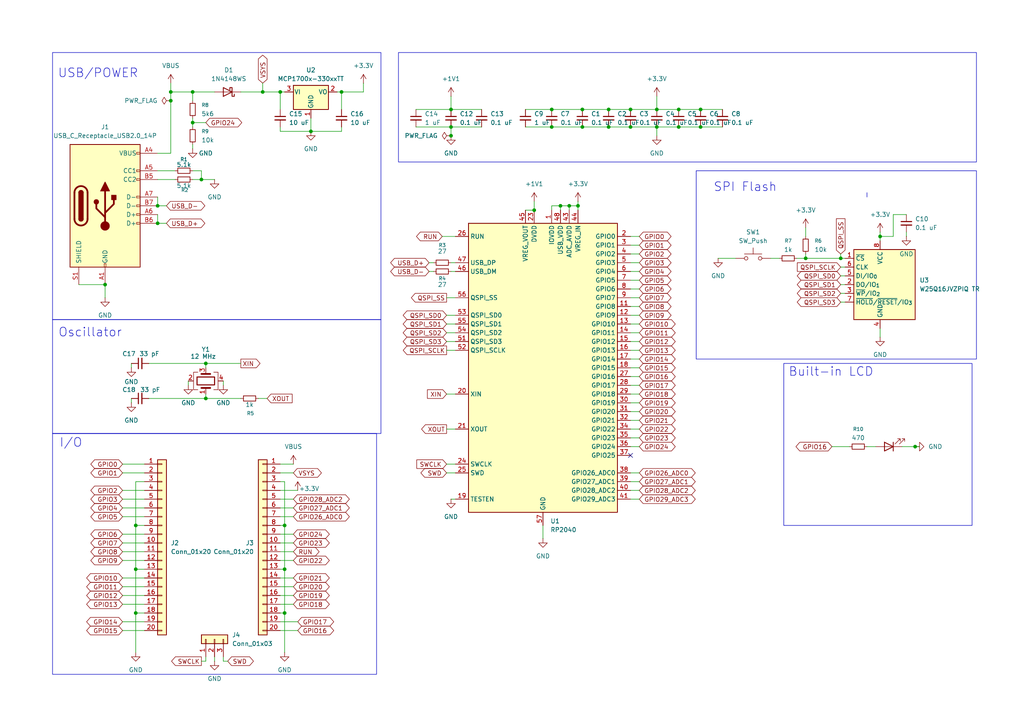
<source format=kicad_sch>
(kicad_sch (version 20250114) (generator "eeschema") (generator_version "9.0")
  (paper "A4")
  (rectangle (start 15.24 125.73) (end 109.22 195.58))
  (rectangle (start 115.57 15.24) (end 283.21 46.99))
  (rectangle (start 15.24 15.24) (end 110.49 92.71))
  (rectangle (start 227.33 105.41) (end 281.94 152.4))
  (rectangle (start 15.24 92.71) (end 110.49 125.73))
  (rectangle (start 201.93 49.53) (end 283.21 104.14))
  (rectangle (start 251.46 55.88) (end 251.46 57.15))
  (text "Oscillator" (at 26.162 96.52 0) (effects (font (size 2.54 2.54))))
  (text "Built-in LCD" (at 241.046 107.95 0) (effects (font (size 2.54 2.54))))
  (text "SPI Flash" (at 216.154 54.356 0) (effects (font (size 2.54 2.54))))
  (text "USB/POWER" (at 28.448 21.336 0) (effects (font (size 2.54 2.54))))
  (text "I/O" (at 20.574 128.524 0) (effects (font (size 2.54 2.54))))
  (junction (at 39.37 177.8))
  (junction (at 182.88 31.75))
  (junction (at 45.72 64.77))
  (junction (at 81.28 26.67))
  (junction (at 99.06 26.67))
  (junction (at 165.1 59.69))
  (junction (at 167.64 59.69))
  (junction (at 130.81 31.75))
  (junction (at 55.88 35.56))
  (junction (at 196.85 31.75))
  (junction (at 176.53 36.83))
  (junction (at 49.53 29.21))
  (junction (at 59.69 105.41))
  (junction (at 233.68 74.93))
  (junction (at 168.91 31.75))
  (junction (at 55.88 26.67))
  (junction (at 39.37 165.1))
  (junction (at 82.55 165.1))
  (junction (at 82.55 177.8))
  (junction (at 203.2 36.83))
  (junction (at 76.2 26.67))
  (junction (at 90.17 38.1))
  (junction (at 30.48 82.55))
  (junction (at 39.37 152.4))
  (junction (at 203.2 31.75))
  (junction (at 58.42 52.07))
  (junction (at 190.5 36.83))
  (junction (at 130.81 36.83))
  (junction (at 49.53 26.67))
  (junction (at 255.27 68.58))
  (junction (at 59.69 115.57))
  (junction (at 265.43 129.54))
  (junction (at 168.91 36.83))
  (junction (at 196.85 36.83))
  (junction (at 160.02 31.75))
  (junction (at 162.56 59.69))
  (junction (at 176.53 31.75))
  (junction (at 190.5 31.75))
  (junction (at 182.88 36.83))
  (junction (at 130.81 39.37))
  (junction (at 154.94 60.96))
  (junction (at 45.72 59.69))
  (junction (at 243.84 74.93))
  (junction (at 160.02 36.83))
  (junction (at 82.55 152.4))
  (no_connect (at 182.88 132.08))
  (wire (pts (xy 157.48 152.4) (xy 157.48 156.21)))
  (wire (pts (xy 81.28 157.48) (xy 85.09 157.48)))
  (wire (pts (xy 81.28 182.88) (xy 86.36 182.88)))
  (wire (pts (xy 203.2 36.83) (xy 209.55 36.83)))
  (wire (pts (xy 39.37 139.7) (xy 39.37 152.4)))
  (wire (pts (xy 255.27 68.58) (xy 255.27 69.85)))
  (wire (pts (xy 130.81 78.74) (xy 132.08 78.74)))
  (wire (pts (xy 233.68 73.66) (xy 233.68 74.93)))
  (wire (pts (xy 182.88 111.76) (xy 185.42 111.76)))
  (wire (pts (xy 176.53 31.75) (xy 182.88 31.75)))
  (wire (pts (xy 182.88 137.16) (xy 185.42 137.16)))
  (wire (pts (xy 182.88 93.98) (xy 185.42 93.98)))
  (wire (pts (xy 182.88 71.12) (xy 185.42 71.12)))
  (wire (pts (xy 55.88 35.56) (xy 59.69 35.56)))
  (wire (pts (xy 82.55 177.8) (xy 82.55 189.23)))
  (wire (pts (xy 152.4 60.96) (xy 154.94 60.96)))
  (wire (pts (xy 255.27 67.31) (xy 255.27 68.58)))
  (wire (pts (xy 182.88 109.22) (xy 185.42 109.22)))
  (wire (pts (xy 129.54 91.44) (xy 132.08 91.44)))
  (wire (pts (xy 255.27 95.25) (xy 255.27 97.79)))
  (wire (pts (xy 233.68 66.04) (xy 233.68 68.58)))
  (wire (pts (xy 130.81 27.94) (xy 130.81 31.75)))
  (wire (pts (xy 35.56 172.72) (xy 41.91 172.72)))
  (wire (pts (xy 208.28 74.93) (xy 213.36 74.93)))
  (wire (pts (xy 49.53 29.21) (xy 49.53 44.45)))
  (wire (pts (xy 152.4 31.75) (xy 160.02 31.75)))
  (wire (pts (xy 182.88 142.24) (xy 185.42 142.24)))
  (wire (pts (xy 130.81 36.83) (xy 139.7 36.83)))
  (wire (pts (xy 58.42 52.07) (xy 62.23 52.07)))
  (wire (pts (xy 55.88 52.07) (xy 58.42 52.07)))
  (wire (pts (xy 160.02 31.75) (xy 168.91 31.75)))
  (wire (pts (xy 43.18 115.57) (xy 59.69 115.57)))
  (wire (pts (xy 154.94 58.42) (xy 154.94 60.96)))
  (wire (pts (xy 81.28 160.02) (xy 85.09 160.02)))
  (wire (pts (xy 129.54 86.36) (xy 132.08 86.36)))
  (wire (pts (xy 81.28 167.64) (xy 85.09 167.64)))
  (wire (pts (xy 190.5 27.94) (xy 190.5 31.75)))
  (wire (pts (xy 243.84 85.09) (xy 245.11 85.09)))
  (wire (pts (xy 243.84 82.55) (xy 245.11 82.55)))
  (wire (pts (xy 182.88 31.75) (xy 190.5 31.75)))
  (wire (pts (xy 22.86 82.55) (xy 30.48 82.55)))
  (wire (pts (xy 35.56 182.88) (xy 41.91 182.88)))
  (wire (pts (xy 35.56 149.86) (xy 41.91 149.86)))
  (wire (pts (xy 81.28 142.24) (xy 86.36 142.24)))
  (wire (pts (xy 81.28 177.8) (xy 82.55 177.8)))
  (wire (pts (xy 45.72 62.23) (xy 45.72 64.77)))
  (wire (pts (xy 59.69 191.77) (xy 58.42 191.77)))
  (wire (pts (xy 262.89 62.23) (xy 259.08 62.23)))
  (wire (pts (xy 261.62 129.54) (xy 265.43 129.54)))
  (wire (pts (xy 64.77 110.49) (xy 64.77 111.76)))
  (wire (pts (xy 82.55 139.7) (xy 82.55 152.4)))
  (wire (pts (xy 130.81 144.78) (xy 132.08 144.78)))
  (wire (pts (xy 59.69 105.41) (xy 59.69 106.68)))
  (wire (pts (xy 251.46 129.54) (xy 254 129.54)))
  (wire (pts (xy 167.64 59.69) (xy 167.64 60.96)))
  (wire (pts (xy 265.43 129.54) (xy 266.7 129.54)))
  (wire (pts (xy 182.88 83.82) (xy 185.42 83.82)))
  (wire (pts (xy 81.28 152.4) (xy 82.55 152.4)))
  (wire (pts (xy 223.52 74.93) (xy 226.06 74.93)))
  (wire (pts (xy 182.88 144.78) (xy 185.42 144.78)))
  (wire (pts (xy 45.72 57.15) (xy 45.72 59.69)))
  (wire (pts (xy 62.23 190.5) (xy 62.23 191.77)))
  (wire (pts (xy 45.72 44.45) (xy 49.53 44.45)))
  (wire (pts (xy 182.88 81.28) (xy 185.42 81.28)))
  (wire (pts (xy 55.88 34.29) (xy 55.88 35.56)))
  (wire (pts (xy 190.5 36.83) (xy 190.5 39.37)))
  (wire (pts (xy 165.1 59.69) (xy 167.64 59.69)))
  (wire (pts (xy 182.88 121.92) (xy 185.42 121.92)))
  (wire (pts (xy 99.06 26.67) (xy 99.06 31.75)))
  (wire (pts (xy 99.06 26.67) (xy 105.41 26.67)))
  (wire (pts (xy 39.37 152.4) (xy 39.37 165.1)))
  (wire (pts (xy 35.56 147.32) (xy 41.91 147.32)))
  (wire (pts (xy 69.85 26.67) (xy 76.2 26.67)))
  (wire (pts (xy 58.42 49.53) (xy 58.42 52.07)))
  (wire (pts (xy 81.28 172.72) (xy 85.09 172.72)))
  (wire (pts (xy 55.88 35.56) (xy 55.88 36.83)))
  (wire (pts (xy 243.84 77.47) (xy 245.11 77.47)))
  (wire (pts (xy 35.56 134.62) (xy 41.91 134.62)))
  (wire (pts (xy 176.53 36.83) (xy 182.88 36.83)))
  (wire (pts (xy 30.48 82.55) (xy 30.48 86.36)))
  (wire (pts (xy 182.88 116.84) (xy 185.42 116.84)))
  (wire (pts (xy 35.56 157.48) (xy 41.91 157.48)))
  (wire (pts (xy 128.27 68.58) (xy 132.08 68.58)))
  (wire (pts (xy 182.88 104.14) (xy 185.42 104.14)))
  (wire (pts (xy 35.56 154.94) (xy 41.91 154.94)))
  (wire (pts (xy 105.41 26.67) (xy 105.41 24.13)))
  (wire (pts (xy 182.88 96.52) (xy 185.42 96.52)))
  (wire (pts (xy 55.88 49.53) (xy 58.42 49.53)))
  (wire (pts (xy 35.56 170.18) (xy 41.91 170.18)))
  (wire (pts (xy 182.88 73.66) (xy 185.42 73.66)))
  (wire (pts (xy 35.56 180.34) (xy 41.91 180.34)))
  (wire (pts (xy 81.28 139.7) (xy 82.55 139.7)))
  (wire (pts (xy 160.02 36.83) (xy 168.91 36.83)))
  (wire (pts (xy 129.54 101.6) (xy 132.08 101.6)))
  (wire (pts (xy 41.91 139.7) (xy 39.37 139.7)))
  (wire (pts (xy 99.06 38.1) (xy 90.17 38.1)))
  (wire (pts (xy 81.28 134.62) (xy 85.09 134.62)))
  (wire (pts (xy 99.06 26.67) (xy 97.79 26.67)))
  (wire (pts (xy 190.5 36.83) (xy 196.85 36.83)))
  (wire (pts (xy 152.4 36.83) (xy 160.02 36.83)))
  (wire (pts (xy 129.54 134.62) (xy 132.08 134.62)))
  (wire (pts (xy 120.65 36.83) (xy 130.81 36.83)))
  (wire (pts (xy 41.91 177.8) (xy 39.37 177.8)))
  (wire (pts (xy 45.72 49.53) (xy 50.8 49.53)))
  (wire (pts (xy 182.88 139.7) (xy 185.42 139.7)))
  (wire (pts (xy 81.28 147.32) (xy 85.09 147.32)))
  (wire (pts (xy 162.56 59.69) (xy 165.1 59.69)))
  (wire (pts (xy 182.88 127) (xy 185.42 127)))
  (wire (pts (xy 49.53 26.67) (xy 55.88 26.67)))
  (wire (pts (xy 182.88 76.2) (xy 185.42 76.2)))
  (wire (pts (xy 45.72 52.07) (xy 50.8 52.07)))
  (wire (pts (xy 81.28 162.56) (xy 85.09 162.56)))
  (wire (pts (xy 99.06 36.83) (xy 99.06 38.1)))
  (wire (pts (xy 43.18 105.41) (xy 59.69 105.41)))
  (wire (pts (xy 81.28 26.67) (xy 81.28 31.75)))
  (wire (pts (xy 81.28 180.34) (xy 86.36 180.34)))
  (wire (pts (xy 81.28 144.78) (xy 85.09 144.78)))
  (wire (pts (xy 182.88 114.3) (xy 185.42 114.3)))
  (wire (pts (xy 82.55 152.4) (xy 82.55 165.1)))
  (wire (pts (xy 81.28 175.26) (xy 85.09 175.26)))
  (wire (pts (xy 54.61 110.49) (xy 54.61 111.76)))
  (wire (pts (xy 182.88 106.68) (xy 185.42 106.68)))
  (wire (pts (xy 35.56 162.56) (xy 41.91 162.56)))
  (wire (pts (xy 124.46 78.74) (xy 125.73 78.74)))
  (wire (pts (xy 81.28 36.83) (xy 81.28 38.1)))
  (wire (pts (xy 81.28 170.18) (xy 85.09 170.18)))
  (wire (pts (xy 130.81 31.75) (xy 139.7 31.75)))
  (wire (pts (xy 182.88 36.83) (xy 190.5 36.83)))
  (wire (pts (xy 38.1 115.57) (xy 38.1 116.84)))
  (wire (pts (xy 35.56 160.02) (xy 41.91 160.02)))
  (wire (pts (xy 182.88 91.44) (xy 185.42 91.44)))
  (wire (pts (xy 160.02 60.96) (xy 160.02 59.69)))
  (wire (pts (xy 182.88 68.58) (xy 185.42 68.58)))
  (wire (pts (xy 59.69 105.41) (xy 69.85 105.41)))
  (wire (pts (xy 182.88 86.36) (xy 185.42 86.36)))
  (wire (pts (xy 160.02 59.69) (xy 162.56 59.69)))
  (wire (pts (xy 76.2 26.67) (xy 81.28 26.67)))
  (wire (pts (xy 35.56 167.64) (xy 41.91 167.64)))
  (wire (pts (xy 81.28 26.67) (xy 82.55 26.67)))
  (wire (pts (xy 35.56 142.24) (xy 41.91 142.24)))
  (wire (pts (xy 243.84 87.63) (xy 245.11 87.63)))
  (wire (pts (xy 64.77 191.77) (xy 66.04 191.77)))
  (wire (pts (xy 81.28 154.94) (xy 85.09 154.94)))
  (wire (pts (xy 168.91 36.83) (xy 176.53 36.83)))
  (wire (pts (xy 81.28 137.16) (xy 85.09 137.16)))
  (wire (pts (xy 120.65 31.75) (xy 130.81 31.75)))
  (wire (pts (xy 38.1 105.41) (xy 38.1 106.68)))
  (wire (pts (xy 124.46 76.2) (xy 125.73 76.2)))
  (wire (pts (xy 130.81 76.2) (xy 132.08 76.2)))
  (wire (pts (xy 81.28 165.1) (xy 82.55 165.1)))
  (wire (pts (xy 233.68 74.93) (xy 243.84 74.93)))
  (wire (pts (xy 243.84 74.93) (xy 245.11 74.93)))
  (wire (pts (xy 129.54 99.06) (xy 132.08 99.06)))
  (wire (pts (xy 129.54 93.98) (xy 132.08 93.98)))
  (wire (pts (xy 76.2 24.13) (xy 76.2 26.67)))
  (wire (pts (xy 39.37 165.1) (xy 39.37 177.8)))
  (wire (pts (xy 182.88 129.54) (xy 185.42 129.54)))
  (wire (pts (xy 81.28 149.86) (xy 85.09 149.86)))
  (wire (pts (xy 35.56 144.78) (xy 41.91 144.78)))
  (wire (pts (xy 55.88 26.67) (xy 62.23 26.67)))
  (wire (pts (xy 35.56 137.16) (xy 41.91 137.16)))
  (wire (pts (xy 241.3 129.54) (xy 246.38 129.54)))
  (wire (pts (xy 196.85 31.75) (xy 203.2 31.75)))
  (wire (pts (xy 243.84 80.01) (xy 245.11 80.01)))
  (wire (pts (xy 59.69 114.3) (xy 59.69 115.57)))
  (wire (pts (xy 182.88 88.9) (xy 185.42 88.9)))
  (wire (pts (xy 64.77 190.5) (xy 64.77 191.77)))
  (wire (pts (xy 81.28 38.1) (xy 90.17 38.1)))
  (wire (pts (xy 130.81 36.83) (xy 130.81 39.37)))
  (wire (pts (xy 262.89 67.31) (xy 262.89 68.58)))
  (wire (pts (xy 162.56 59.69) (xy 162.56 60.96)))
  (wire (pts (xy 129.54 96.52) (xy 132.08 96.52)))
  (wire (pts (xy 74.93 115.57) (xy 77.47 115.57)))
  (wire (pts (xy 90.17 34.29) (xy 90.17 38.1)))
  (wire (pts (xy 165.1 59.69) (xy 165.1 60.96)))
  (wire (pts (xy 45.72 64.77) (xy 48.26 64.77)))
  (wire (pts (xy 49.53 29.21) (xy 49.53 26.67)))
  (wire (pts (xy 35.56 175.26) (xy 41.91 175.26)))
  (wire (pts (xy 59.69 115.57) (xy 69.85 115.57)))
  (wire (pts (xy 259.08 68.58) (xy 255.27 68.58)))
  (wire (pts (xy 49.53 26.67) (xy 49.53 24.13)))
  (wire (pts (xy 55.88 41.91) (xy 55.88 43.18)))
  (wire (pts (xy 39.37 177.8) (xy 39.37 189.23)))
  (wire (pts (xy 39.37 165.1) (xy 41.91 165.1)))
  (wire (pts (xy 243.84 73.66) (xy 243.84 74.93)))
  (wire (pts (xy 190.5 31.75) (xy 196.85 31.75)))
  (wire (pts (xy 55.88 26.67) (xy 55.88 29.21)))
  (wire (pts (xy 82.55 165.1) (xy 82.55 177.8)))
  (wire (pts (xy 182.88 78.74) (xy 185.42 78.74)))
  (wire (pts (xy 41.91 152.4) (xy 39.37 152.4)))
  (wire (pts (xy 196.85 36.83) (xy 203.2 36.83)))
  (wire (pts (xy 203.2 31.75) (xy 209.55 31.75)))
  (wire (pts (xy 259.08 62.23) (xy 259.08 68.58)))
  (wire (pts (xy 59.69 190.5) (xy 59.69 191.77)))
  (wire (pts (xy 182.88 101.6) (xy 185.42 101.6)))
  (wire (pts (xy 129.54 137.16) (xy 132.08 137.16)))
  (wire (pts (xy 182.88 119.38) (xy 185.42 119.38)))
  (wire (pts (xy 167.64 59.69) (xy 167.64 58.42)))
  (wire (pts (xy 168.91 31.75) (xy 176.53 31.75)))
  (wire (pts (xy 129.54 114.3) (xy 132.08 114.3)))
  (wire (pts (xy 129.54 124.46) (xy 132.08 124.46)))
  (wire (pts (xy 182.88 124.46) (xy 185.42 124.46)))
  (wire (pts (xy 45.72 59.69) (xy 48.26 59.69)))
  (wire (pts (xy 182.88 99.06) (xy 185.42 99.06)))
  (wire (pts (xy 231.14 74.93) (xy 233.68 74.93)))
  (global_label "GPIO0" (shape bidirectional) (at 185.42 68.58 0) (property "Intersheetrefs" "${INTERSHEET_REFS}" (effects (hide yes))))
  (global_label "VSYS" (shape bidirectional) (at 85.09 137.16 0) (property "Intersheetrefs" "${INTERSHEET_REFS}" (effects (hide yes))))
  (global_label "GPIO23" (shape bidirectional) (at 85.09 157.48 0) (property "Intersheetrefs" "${INTERSHEET_REFS}" (effects (hide yes))))
  (global_label "GPIO24" (shape bidirectional) (at 185.42 129.54 0) (property "Intersheetrefs" "${INTERSHEET_REFS}" (effects (hide yes))))
  (global_label "QSPI_SCLK" (shape output) (at 129.54 101.6 180) (property "Intersheetrefs" "${INTERSHEET_REFS}" (effects (hide yes))))
  (global_label "GPIO12" (shape bidirectional) (at 185.42 99.06 0) (property "Intersheetrefs" "${INTERSHEET_REFS}" (effects (hide yes))))
  (global_label "GPIO9" (shape bidirectional) (at 35.56 162.56 180) (property "Intersheetrefs" "${INTERSHEET_REFS}" (effects (hide yes))))
  (global_label "USB_D+" (shape bidirectional) (at 124.46 76.2 180) (property "Intersheetrefs" "${INTERSHEET_REFS}" (effects (hide yes))))
  (global_label "GPIO7" (shape bidirectional) (at 185.42 86.36 0) (property "Intersheetrefs" "${INTERSHEET_REFS}" (effects (hide yes))))
  (global_label "SWD" (shape bidirectional) (at 129.54 137.16 180) (property "Intersheetrefs" "${INTERSHEET_REFS}" (effects (hide yes))))
  (global_label "GPIO28_ADC2" (shape bidirectional) (at 85.09 144.78 0) (property "Intersheetrefs" "${INTERSHEET_REFS}" (effects (hide yes))))
  (global_label "QSPI_SS" (shape input) (at 243.84 73.66 90) (property "Intersheetrefs" "${INTERSHEET_REFS}" (effects (hide yes))))
  (global_label "GPIO6" (shape bidirectional) (at 185.42 83.82 0) (property "Intersheetrefs" "${INTERSHEET_REFS}" (effects (hide yes))))
  (global_label "GPIO0" (shape bidirectional) (at 35.56 134.62 180) (property "Intersheetrefs" "${INTERSHEET_REFS}" (effects (hide yes))))
  (global_label "SWD" (shape bidirectional) (at 66.04 191.77 0) (property "Intersheetrefs" "${INTERSHEET_REFS}" (effects (hide yes))))
  (global_label "QSPI_SD2" (shape bidirectional) (at 129.54 96.52 180) (property "Intersheetrefs" "${INTERSHEET_REFS}" (effects (hide yes))))
  (global_label "GPIO21" (shape bidirectional) (at 185.42 121.92 0) (property "Intersheetrefs" "${INTERSHEET_REFS}" (effects (hide yes))))
  (global_label "SWCLK" (shape input) (at 129.54 134.62 180) (property "Intersheetrefs" "${INTERSHEET_REFS}" (effects (hide yes))))
  (global_label "GPIO4" (shape bidirectional) (at 35.56 147.32 180) (property "Intersheetrefs" "${INTERSHEET_REFS}" (effects (hide yes))))
  (global_label "GPIO24" (shape bidirectional) (at 85.09 154.94 0) (property "Intersheetrefs" "${INTERSHEET_REFS}" (effects (hide yes))))
  (global_label "GPIO29_ADC3" (shape bidirectional) (at 185.42 144.78 0) (property "Intersheetrefs" "${INTERSHEET_REFS}" (effects (hide yes))))
  (global_label "GPIO27_ADC1" (shape bidirectional) (at 85.09 147.32 0) (property "Intersheetrefs" "${INTERSHEET_REFS}" (effects (hide yes))))
  (global_label "RUN" (shape bidirectional) (at 85.09 160.02 0) (property "Intersheetrefs" "${INTERSHEET_REFS}" (effects (hide yes))))
  (global_label "GPIO24" (shape bidirectional) (at 59.69 35.56 0) (property "Intersheetrefs" "${INTERSHEET_REFS}" (effects (hide yes))))
  (global_label "GPIO8" (shape bidirectional) (at 185.42 88.9 0) (property "Intersheetrefs" "${INTERSHEET_REFS}" (effects (hide yes))))
  (global_label "RUN" (shape bidirectional) (at 128.27 68.58 180) (property "Intersheetrefs" "${INTERSHEET_REFS}" (effects (hide yes))))
  (global_label "QSPI_SD0" (shape bidirectional) (at 129.54 91.44 180) (property "Intersheetrefs" "${INTERSHEET_REFS}" (effects (hide yes))))
  (global_label "QSPI_SD3" (shape bidirectional) (at 243.84 87.63 180) (property "Intersheetrefs" "${INTERSHEET_REFS}" (effects (hide yes))))
  (global_label "GPIO1" (shape bidirectional) (at 185.42 71.12 0) (property "Intersheetrefs" "${INTERSHEET_REFS}" (effects (hide yes))))
  (global_label "GPIO16" (shape bidirectional) (at 185.42 109.22 0) (property "Intersheetrefs" "${INTERSHEET_REFS}" (effects (hide yes))))
  (global_label "USB_D+" (shape bidirectional) (at 48.26 64.77 0) (property "Intersheetrefs" "${INTERSHEET_REFS}" (effects (hide yes))))
  (global_label "GPIO16" (shape bidirectional) (at 86.36 182.88 0) (property "Intersheetrefs" "${INTERSHEET_REFS}" (effects (hide yes))))
  (global_label "GPIO13" (shape bidirectional) (at 185.42 101.6 0) (property "Intersheetrefs" "${INTERSHEET_REFS}" (effects (hide yes))))
  (global_label "GPIO14" (shape bidirectional) (at 35.56 180.34 180) (property "Intersheetrefs" "${INTERSHEET_REFS}" (effects (hide yes))))
  (global_label "GPIO26_ADC0" (shape bidirectional) (at 185.42 137.16 0) (property "Intersheetrefs" "${INTERSHEET_REFS}" (effects (hide yes))))
  (global_label "GPIO4" (shape bidirectional) (at 185.42 78.74 0) (property "Intersheetrefs" "${INTERSHEET_REFS}" (effects (hide yes))))
  (global_label "GPIO10" (shape bidirectional) (at 35.56 167.64 180) (property "Intersheetrefs" "${INTERSHEET_REFS}" (effects (hide yes))))
  (global_label "GPIO19" (shape bidirectional) (at 85.09 172.72 0) (property "Intersheetrefs" "${INTERSHEET_REFS}" (effects (hide yes))))
  (global_label "QSPI_SD3" (shape bidirectional) (at 129.54 99.06 180) (property "Intersheetrefs" "${INTERSHEET_REFS}" (effects (hide yes))))
  (global_label "GPIO3" (shape bidirectional) (at 185.42 76.2 0) (property "Intersheetrefs" "${INTERSHEET_REFS}" (effects (hide yes))))
  (global_label "GPIO2" (shape bidirectional) (at 185.42 73.66 0) (property "Intersheetrefs" "${INTERSHEET_REFS}" (effects (hide yes))))
  (global_label "QSPI_SD0" (shape bidirectional) (at 243.84 80.01 180) (property "Intersheetrefs" "${INTERSHEET_REFS}" (effects (hide yes))))
  (global_label "VSYS" (shape bidirectional) (at 76.2 24.13 90) (property "Intersheetrefs" "${INTERSHEET_REFS}" (effects (hide yes))))
  (global_label "GPIO11" (shape bidirectional) (at 35.56 170.18 180) (property "Intersheetrefs" "${INTERSHEET_REFS}" (effects (hide yes))))
  (global_label "GPIO22" (shape bidirectional) (at 185.42 124.46 0) (property "Intersheetrefs" "${INTERSHEET_REFS}" (effects (hide yes))))
  (global_label "GPIO26_ADC0" (shape bidirectional) (at 85.09 149.86 0) (property "Intersheetrefs" "${INTERSHEET_REFS}" (effects (hide yes))))
  (global_label "GPIO15" (shape bidirectional) (at 185.42 106.68 0) (property "Intersheetrefs" "${INTERSHEET_REFS}" (effects (hide yes))))
  (global_label "GPIO7" (shape bidirectional) (at 35.56 157.48 180) (property "Intersheetrefs" "${INTERSHEET_REFS}" (effects (hide yes))))
  (global_label "GPIO8" (shape bidirectional) (at 35.56 160.02 180) (property "Intersheetrefs" "${INTERSHEET_REFS}" (effects (hide yes))))
  (global_label "QSPI_SS" (shape output) (at 129.54 86.36 180) (property "Intersheetrefs" "${INTERSHEET_REFS}" (effects (hide yes))))
  (global_label "GPIO18" (shape bidirectional) (at 85.09 175.26 0) (property "Intersheetrefs" "${INTERSHEET_REFS}" (effects (hide yes))))
  (global_label "GPIO13" (shape bidirectional) (at 35.56 175.26 180) (property "Intersheetrefs" "${INTERSHEET_REFS}" (effects (hide yes))))
  (global_label "GPIO3" (shape bidirectional) (at 35.56 144.78 180) (property "Intersheetrefs" "${INTERSHEET_REFS}" (effects (hide yes))))
  (global_label "GPIO10" (shape bidirectional) (at 185.42 93.98 0) (property "Intersheetrefs" "${INTERSHEET_REFS}" (effects (hide yes))))
  (global_label "GPIO22" (shape bidirectional) (at 85.09 162.56 0) (property "Intersheetrefs" "${INTERSHEET_REFS}" (effects (hide yes))))
  (global_label "GPIO27_ADC1" (shape bidirectional) (at 185.42 139.7 0) (property "Intersheetrefs" "${INTERSHEET_REFS}" (effects (hide yes))))
  (global_label "GPIO5" (shape bidirectional) (at 185.42 81.28 0) (property "Intersheetrefs" "${INTERSHEET_REFS}" (effects (hide yes))))
  (global_label "GPIO19" (shape bidirectional) (at 185.42 116.84 0) (property "Intersheetrefs" "${INTERSHEET_REFS}" (effects (hide yes))))
  (global_label "USB_D-" (shape bidirectional) (at 124.46 78.74 180) (property "Intersheetrefs" "${INTERSHEET_REFS}" (effects (hide yes))))
  (global_label "GPIO17" (shape bidirectional) (at 86.36 180.34 0) (property "Intersheetrefs" "${INTERSHEET_REFS}" (effects (hide yes))))
  (global_label "GPIO16" (shape bidirectional) (at 241.3 129.54 180) (property "Intersheetrefs" "${INTERSHEET_REFS}" (effects (hide yes))))
  (global_label "XIN" (shape input) (at 129.54 114.3 180) (property "Intersheetrefs" "${INTERSHEET_REFS}" (effects (hide yes))))
  (global_label "GPIO15" (shape bidirectional) (at 35.56 182.88 180) (property "Intersheetrefs" "${INTERSHEET_REFS}" (effects (hide yes))))
  (global_label "GPIO9" (shape bidirectional) (at 185.42 91.44 0) (property "Intersheetrefs" "${INTERSHEET_REFS}" (effects (hide yes))))
  (global_label "GPIO6" (shape bidirectional) (at 35.56 154.94 180) (property "Intersheetrefs" "${INTERSHEET_REFS}" (effects (hide yes))))
  (global_label "GPIO20" (shape bidirectional) (at 185.42 119.38 0) (property "Intersheetrefs" "${INTERSHEET_REFS}" (effects (hide yes))))
  (global_label "GPIO11" (shape bidirectional) (at 185.42 96.52 0) (property "Intersheetrefs" "${INTERSHEET_REFS}" (effects (hide yes))))
  (global_label "GPIO18" (shape bidirectional) (at 185.42 114.3 0) (property "Intersheetrefs" "${INTERSHEET_REFS}" (effects (hide yes))))
  (global_label "GPIO20" (shape bidirectional) (at 85.09 170.18 0) (property "Intersheetrefs" "${INTERSHEET_REFS}" (effects (hide yes))))
  (global_label "GPIO12" (shape bidirectional) (at 35.56 172.72 180) (property "Intersheetrefs" "${INTERSHEET_REFS}" (effects (hide yes))))
  (global_label "GPIO5" (shape bidirectional) (at 35.56 149.86 180) (property "Intersheetrefs" "${INTERSHEET_REFS}" (effects (hide yes))))
  (global_label "GPIO17" (shape bidirectional) (at 185.42 111.76 0) (property "Intersheetrefs" "${INTERSHEET_REFS}" (effects (hide yes))))
  (global_label "QSPI_SD2" (shape bidirectional) (at 243.84 85.09 180) (property "Intersheetrefs" "${INTERSHEET_REFS}" (effects (hide yes))))
  (global_label "GPIO1" (shape bidirectional) (at 35.56 137.16 180) (property "Intersheetrefs" "${INTERSHEET_REFS}" (effects (hide yes))))
  (global_label "SWCLK" (shape output) (at 58.42 191.77 180) (property "Intersheetrefs" "${INTERSHEET_REFS}" (effects (hide yes))))
  (global_label "USB_D-" (shape bidirectional) (at 48.26 59.69 0) (property "Intersheetrefs" "${INTERSHEET_REFS}" (effects (hide yes))))
  (global_label "XOUT" (shape input) (at 77.47 115.57 0) (property "Intersheetrefs" "${INTERSHEET_REFS}" (effects (hide yes))))
  (global_label "QSPI_SD1" (shape bidirectional) (at 129.54 93.98 180) (property "Intersheetrefs" "${INTERSHEET_REFS}" (effects (hide yes))))
  (global_label "GPIO21" (shape bidirectional) (at 85.09 167.64 0) (property "Intersheetrefs" "${INTERSHEET_REFS}" (effects (hide yes))))
  (global_label "GPIO23" (shape bidirectional) (at 185.42 127 0) (property "Intersheetrefs" "${INTERSHEET_REFS}" (effects (hide yes))))
  (global_label "QSPI_SD1" (shape bidirectional) (at 243.84 82.55 180) (property "Intersheetrefs" "${INTERSHEET_REFS}" (effects (hide yes))))
  (global_label "GPIO2" (shape bidirectional) (at 35.56 142.24 180) (property "Intersheetrefs" "${INTERSHEET_REFS}" (effects (hide yes))))
  (global_label "GPIO14" (shape bidirectional) (at 185.42 104.14 0) (property "Intersheetrefs" "${INTERSHEET_REFS}" (effects (hide yes))))
  (global_label "XIN" (shape output) (at 69.85 105.41 0) (property "Intersheetrefs" "${INTERSHEET_REFS}" (effects (hide yes))))
  (global_label "XOUT" (shape output) (at 129.54 124.46 180) (property "Intersheetrefs" "${INTERSHEET_REFS}" (effects (hide yes))))
  (global_label "GPIO28_ADC2" (shape bidirectional) (at 185.42 142.24 0) (property "Intersheetrefs" "${INTERSHEET_REFS}" (effects (hide yes))))
  (global_label "QSPI_SCLK" (shape input) (at 243.84 77.47 180) (property "Intersheetrefs" "${INTERSHEET_REFS}" (effects (hide yes))))
  (symbol (lib_id "power:GND") (at 82.55 189.23 0) (unit 1)
    (property "Reference" "#PWR025" (effects (hide yes)))
    (property "Value" "GND" (at 82.55 194.31 0))
    (property "Description" "Power symbol creates a global label with name \"GND\" , ground" (effects (hide yes)))
  )
  (symbol (lib_id "Device:C_Small") (at 196.85 34.29 0) (unit 1)
    (property "Reference" "C5" (at 199.39 33.0262 0) (effects (justify left)))
    (property "Value" "0.1 uF" (at 199.39 35.5662 0) (effects (justify left)))
    (property "Footprint" "Capacitor_SMD:C_0402_1005Metric" (effects (hide yes)))
    (property "Description" "Unpolarized capacitor, small symbol" (effects (hide yes)))
  )
  (symbol (lib_id "Device:R_Small") (at 53.34 52.07 90) (unit 1)
    (property "Reference" "R2" (at 53.594 55.118 90) (effects (font (size 1.016 1.016))))
    (property "Value" "5.1k" (at 53.34 53.848 90))
    (property "Footprint" "Resistor_SMD:R_0402_1005Metric" (effects (hide yes)))
    (property "Description" "Resistor, small symbol" (effects (hide yes)))
  )
  (symbol (lib_id "Device:C_Small") (at 99.06 34.29 0) (unit 1)
    (property "Reference" "C16" (at 101.6 33.0262 0) (effects (justify left)))
    (property "Value" "10 uF" (at 101.6 35.5662 0) (effects (justify left)))
    (property "Footprint" "Capacitor_SMD:C_0603_1608Metric" (effects (hide yes)))
    (property "Description" "Unpolarized capacitor, small symbol" (effects (hide yes)))
  )
  (symbol (lib_id "Device:C_Small") (at 262.89 64.77 0) (unit 1)
    (property "Reference" "C10" (at 265.43 63.5062 0) (effects (justify left)))
    (property "Value" "0.1 uF" (at 265.43 66.0462 0) (effects (justify left)))
    (property "Footprint" "Capacitor_SMD:C_0402_1005Metric" (effects (hide yes)))
    (property "Description" "Unpolarized capacitor, small symbol" (effects (hide yes)))
  )
  (symbol (lib_id "power:PWR_FLAG") (at 49.53 29.21 90) (unit 1)
    (property "Reference" "#FLG02" (effects (hide yes)))
    (property "Value" "PWR_FLAG" (at 45.72 29.2099 90) (effects (justify left)))
    (property "Description" "Special symbol for telling ERC where power comes from" (effects (hide yes)))
  )
  (symbol (lib_id "power:+3.3V") (at 105.41 24.13 0) (unit 1)
    (property "Reference" "#PWR012" (effects (hide yes)))
    (property "Value" "+3.3V" (at 105.41 19.05 0))
    (property "Description" "Power symbol creates a global label with name \"+3.3V\"" (effects (hide yes)))
  )
  (symbol (lib_id "Device:R_Small") (at 228.6 74.93 270) (unit 1)
    (property "Reference" "R7" (at 228.6 69.85 90) (effects (font (size 1.016 1.016))))
    (property "Value" "1k" (at 228.6 72.39 90))
    (property "Footprint" "Resistor_SMD:R_0402_1005Metric" (effects (hide yes)))
    (property "Description" "Resistor, small symbol" (effects (hide yes)))
  )
  (symbol (lib_id "power:GND") (at 90.17 38.1 0) (unit 1)
    (property "Reference" "#PWR010" (effects (hide yes)))
    (property "Value" "GND" (at 90.17 43.18 0))
    (property "Description" "Power symbol creates a global label with name \"GND\" , ground" (effects (hide yes)))
  )
  (symbol (lib_id "power:GND") (at 30.48 86.36 0) (unit 1)
    (property "Reference" "#PWR09" (effects (hide yes)))
    (property "Value" "GND" (at 30.48 91.44 0))
    (property "Description" "Power symbol creates a global label with name \"GND\" , ground" (effects (hide yes)))
  )
  (symbol (lib_id "Connector_Generic:Conn_01x20") (at 46.99 157.48 0) (unit 1)
    (property "Reference" "J2" (at 49.53 157.4799 0) (effects (justify left)))
    (property "Value" "Conn_01x20" (at 49.53 160.0199 0) (effects (justify left)))
    (property "Footprint" "Connector_PinHeader_2.54mm:PinHeader_1x20_P2.54mm_Vertical" (effects (hide yes)))
    (property "Description" "Generic connector, single row, 01x20, script generated (kicad-library-utils/schlib/autogen/connector/)" (effects (hide yes)))
  )
  (symbol (lib_id "power:GND") (at 255.27 97.79 0) (unit 1)
    (property "Reference" "#PWR018" (effects (hide yes)))
    (property "Value" "GND" (at 255.27 102.87 0))
    (property "Description" "Power symbol creates a global label with name \"GND\" , ground" (effects (hide yes)))
  )
  (symbol (lib_id "Device:R_Small") (at 128.27 78.74 90) (unit 1)
    (property "Reference" "R4" (at 128.27 80.772 90) (effects (font (size 1.016 1.016))))
    (property "Value" "27" (at 128.27 82.55 90))
    (property "Footprint" "Resistor_SMD:R_0402_1005Metric" (effects (hide yes)))
    (property "Description" "Resistor, small symbol" (effects (hide yes)))
  )
  (symbol (lib_id "Device:Crystal_GND24") (at 59.69 110.49 90) (unit 1)
    (property "Reference" "Y1" (at 59.69 101.346 90))
    (property "Value" "12 MHz" (at 58.928 103.378 90))
    (property "Footprint" "Crystal:Crystal_SMD_3225-4Pin_3.2x2.5mm" (effects (hide yes)))
    (property "Description" "Four pin crystal, GND on pins 2 and 4" (effects (hide yes)))
  )
  (symbol (lib_id "power:PWR_FLAG") (at 130.81 39.37 90) (unit 1)
    (property "Reference" "#FLG01" (effects (hide yes)))
    (property "Value" "PWR_FLAG" (at 127 39.3699 90) (effects (justify left)))
    (property "Description" "Special symbol for telling ERC where power comes from" (effects (hide yes)))
  )
  (symbol (lib_id "Device:R_Small") (at 233.68 71.12 0) (unit 1)
    (property "Reference" "R6" (at 236.22 69.8499 0) (effects (font (size 1.016 1.016)) (justify left)))
    (property "Value" "10k" (at 236.22 72.3899 0) (effects (justify left)))
    (property "Footprint" "Resistor_SMD:R_0402_1005Metric" (effects (hide yes)))
    (property "Description" "Resistor, small symbol" (effects (hide yes)))
  )
  (symbol (lib_id "power:+3.3V") (at 233.68 66.04 0) (unit 1)
    (property "Reference" "#PWR019" (effects (hide yes)))
    (property "Value" "+3.3V" (at 233.68 60.96 0))
    (property "Description" "Power symbol creates a global label with name \"+3.3V\"" (effects (hide yes)))
  )
  (symbol (lib_id "power:GND") (at 55.88 43.18 0) (unit 1)
    (property "Reference" "#PWR022" (effects (hide yes)))
    (property "Value" "GND" (at 59.69 44.45 0))
    (property "Description" "Power symbol creates a global label with name \"GND\" , ground" (effects (hide yes)))
  )
  (symbol (lib_id "Device:C_Small") (at 152.4 34.29 0) (unit 1)
    (property "Reference" "C9" (at 154.94 33.0262 0) (effects (justify left)))
    (property "Value" "1 uF" (at 154.94 35.5662 0) (effects (justify left)))
    (property "Footprint" "Capacitor_SMD:C_0402_1005Metric" (effects (hide yes)))
    (property "Description" "Unpolarized capacitor, small symbol" (effects (hide yes)))
  )
  (symbol (lib_id "Device:R_Small") (at 55.88 31.75 0) (unit 1)
    (property "Reference" "R8" (at 58.42 30.4799 0) (effects (font (size 1.016 1.016)) (justify left)))
    (property "Value" "5k6" (at 58.42 33.0199 0) (effects (justify left)))
    (property "Footprint" "Resistor_SMD:R_0402_1005Metric" (effects (hide yes)))
    (property "Description" "Resistor, small symbol" (effects (hide yes)))
  )
  (symbol (lib_id "Device:C_Small") (at 182.88 34.29 0) (unit 1)
    (property "Reference" "C3" (at 185.42 33.0262 0) (effects (justify left)))
    (property "Value" "0.1 uF" (at 185.42 35.5662 0) (effects (justify left)))
    (property "Footprint" "Capacitor_SMD:C_0402_1005Metric" (effects (hide yes)))
    (property "Description" "Unpolarized capacitor, small symbol" (effects (hide yes)))
  )
  (symbol (lib_id "power:GND") (at 38.1 116.84 0) (unit 1)
    (property "Reference" "#PWR016" (effects (hide yes)))
    (property "Value" "GND" (at 38.1 121.92 0))
    (property "Description" "Power symbol creates a global label with name \"GND\" , ground" (effects (hide yes)))
  )
  (symbol (lib_id "Memory_Flash:W25Q128JVS") (at 255.27 82.55 0) (unit 1)
    (property "Reference" "U3" (at 266.7 81.2799 0) (effects (justify left)))
    (property "Value" "W25Q16JVZPIQ TR" (at 266.7 83.8199 0) (effects (justify left)))
    (property "Footprint" "Package_SON:Winbond_USON-8-1EP_3x2mm_P0.5mm_EP0.2x1.6mm" (effects (hide yes)))
    (property "Datasheet" "https://www.winbond.com/resource-files/w25q128jv_dtr%20revc%2003272018%20plus.pdf" (effects (hide yes)))
    (property "Description" "128Mbit / 16MiB Serial Flash Memory, Standard/Dual/Quad SPI, 2.7-3.6V, SOIC-8" (effects (hide yes)))
  )
  (symbol (lib_id "power:+3.3V") (at 86.36 142.24 0) (unit 1)
    (property "Reference" "#PWR027" (effects (hide yes)))
    (property "Value" "+3.3V" (at 89.662 141.732 0))
    (property "Description" "Power symbol creates a global label with name \"+3.3V\"" (effects (hide yes)))
  )
  (symbol (lib_id "power:GND") (at 262.89 68.58 0) (unit 1)
    (property "Reference" "#PWR029" (effects (hide yes)))
    (property "Value" "GND" (at 262.89 73.66 0))
    (property "Description" "Power symbol creates a global label with name \"GND\" , ground" (effects (hide yes)))
  )
  (symbol (lib_id "Device:R_Small") (at 53.34 49.53 90) (unit 1)
    (property "Reference" "R1" (at 53.34 46.228 90) (effects (font (size 1.016 1.016))))
    (property "Value" "5.1k" (at 53.34 47.752 90))
    (property "Footprint" "Resistor_SMD:R_0402_1005Metric" (effects (hide yes)))
    (property "Description" "Resistor, small symbol" (effects (hide yes)))
  )
  (symbol (lib_id "Device:C_Small") (at 120.65 34.29 0) (unit 1)
    (property "Reference" "C14" (at 123.19 33.0262 0) (effects (justify left)))
    (property "Value" "1 uF" (at 123.19 35.5662 0) (effects (justify left)))
    (property "Footprint" "Capacitor_SMD:C_0402_1005Metric" (effects (hide yes)))
    (property "Description" "Unpolarized capacitor, small symbol" (effects (hide yes)))
  )
  (symbol (lib_id "Connector_Generic:Conn_01x20") (at 76.2 157.48 0) (mirror y) (unit 1)
    (property "Reference" "J3" (at 73.66 157.4799 0) (effects (justify left)))
    (property "Value" "Conn_01x20" (at 73.66 160.0199 0) (effects (justify left)))
    (property "Footprint" "Connector_PinHeader_2.54mm:PinHeader_1x20_P2.54mm_Vertical" (effects (hide yes)))
    (property "Description" "Generic connector, single row, 01x20, script generated (kicad-library-utils/schlib/autogen/connector/)" (effects (hide yes)))
  )
  (symbol (lib_id "Connector_Generic:Conn_01x03") (at 62.23 185.42 90) (unit 1)
    (property "Reference" "J4" (at 67.31 184.1499 90) (effects (justify right)))
    (property "Value" "Conn_01x03" (at 67.31 186.6899 90) (effects (justify right)))
    (property "Footprint" "Connector_PinHeader_2.54mm:PinHeader_1x03_P2.54mm_Vertical" (effects (hide yes)))
    (property "Description" "Generic connector, single row, 01x03, script generated (kicad-library-utils/schlib/autogen/connector/)" (effects (hide yes)))
  )
  (symbol (lib_id "Switch:SW_Push") (at 218.44 74.93 0) (unit 1)
    (property "Reference" "SW1" (at 218.44 67.31 0))
    (property "Value" "SW_Push" (at 218.44 69.85 0))
    (property "Footprint" "Button_Switch_SMD:SW_Push_SPST_NO_Alps_SKRK" (effects (hide yes)))
    (property "Description" "Push button switch, generic, two pins" (effects (hide yes)))
  )
  (symbol (lib_id "power:GND") (at 130.81 144.78 0) (unit 1)
    (property "Reference" "#PWR021" (effects (hide yes)))
    (property "Value" "GND" (at 130.81 149.86 0))
    (property "Description" "Power symbol creates a global label with name \"GND\" , ground" (effects (hide yes)))
  )
  (symbol (lib_id "power:GND") (at 130.81 39.37 0) (unit 1)
    (property "Reference" "#PWR05" (effects (hide yes)))
    (property "Value" "GND" (at 130.81 44.45 0))
    (property "Description" "Power symbol creates a global label with name \"GND\" , ground" (effects (hide yes)))
  )
  (symbol (lib_id "Device:C_Small") (at 190.5 34.29 0) (unit 1)
    (property "Reference" "C4" (at 193.04 33.0262 0) (effects (justify left)))
    (property "Value" "0.1 uF" (at 193.04 35.5662 0) (effects (justify left)))
    (property "Footprint" "Capacitor_SMD:C_0402_1005Metric" (effects (hide yes)))
    (property "Description" "Unpolarized capacitor, small symbol" (effects (hide yes)))
  )
  (symbol (lib_id "Connector:USB_C_Receptacle_USB2.0_14P") (at 30.48 59.69 0) (unit 1)
    (property "Reference" "J1" (at 30.48 36.83 0))
    (property "Value" "USB_C_Receptacle_USB2.0_14P" (at 30.48 39.37 0))
    (property "Footprint" "Connector_USB:USB_C_Receptacle_HRO_TYPE-C-31-M-12" (effects (hide yes)))
    (property "Datasheet" "https://www.usb.org/sites/default/files/documents/usb_type-c.zip" (effects (hide yes)))
    (property "Description" "USB 2.0-only 14P Type-C Receptacle connector" (effects (hide yes)))
  )
  (symbol (lib_id "power:+1V1") (at 130.81 27.94 0) (unit 1)
    (property "Reference" "#PWR04" (effects (hide yes)))
    (property "Value" "+1V1" (at 130.81 22.86 0))
    (property "Description" "Power symbol creates a global label with name \"+1V1\"" (effects (hide yes)))
  )
  (symbol (lib_id "power:GND") (at 157.48 156.21 0) (unit 1)
    (property "Reference" "#PWR07" (effects (hide yes)))
    (property "Value" "GND" (at 157.48 161.29 0))
    (property "Description" "Power symbol creates a global label with name \"GND\" , ground" (effects (hide yes)))
  )
  (symbol (lib_id "Device:C_Small") (at 81.28 34.29 0) (unit 1)
    (property "Reference" "C15" (at 83.82 33.0262 0) (effects (justify left)))
    (property "Value" "10 uF" (at 83.82 35.5662 0) (effects (justify left)))
    (property "Footprint" "Capacitor_SMD:C_0603_1608Metric" (effects (hide yes)))
    (property "Description" "Unpolarized capacitor, small symbol" (effects (hide yes)))
  )
  (symbol (lib_id "Diode:1N5817") (at 66.04 26.67 180) (unit 1)
    (property "Reference" "D1" (at 66.3575 20.32 0))
    (property "Value" "1N4148WS" (at 66.3575 22.86 0))
    (property "Footprint" "Diode_SMD:D_SOD-323" (effects (hide yes)))
    (property "Datasheet" "http://www.vishay.com/docs/88525/1n5817.pdf" (effects (hide yes)))
    (property "Description" "20V 1A Schottky Barrier Rectifier Diode, DO-41" (effects (hide yes)))
  )
  (symbol (lib_id "power:GND") (at 38.1 106.68 0) (unit 1)
    (property "Reference" "#PWR015" (effects (hide yes)))
    (property "Value" "GND" (at 38.1 110.744 0))
    (property "Description" "Power symbol creates a global label with name \"GND\" , ground" (effects (hide yes)))
  )
  (symbol (lib_id "Regulator_Linear:MCP1700x-330xxTT") (at 90.17 26.67 0) (unit 1)
    (property "Reference" "U2" (at 90.17 20.32 0))
    (property "Value" "MCP1700x-330xxTT" (at 90.17 22.86 0))
    (property "Footprint" "Package_TO_SOT_SMD:SOT-23" (effects (hide yes)))
    (property "Datasheet" "http://ww1.microchip.com/downloads/en/DeviceDoc/20001826D.pdf" (effects (hide yes)))
    (property "Description" "250mA Low Quiscent Current LDO, 3.3V output, SOT-23" (effects (hide yes)))
  )
  (symbol (lib_id "Device:C_Small") (at 168.91 34.29 0) (unit 1)
    (property "Reference" "C1" (at 171.45 33.0262 0) (effects (justify left)))
    (property "Value" "0.1 uF" (at 171.45 35.5662 0) (effects (justify left)))
    (property "Footprint" "Capacitor_SMD:C_0402_1005Metric" (effects (hide yes)))
    (property "Description" "Unpolarized capacitor, small symbol" (effects (hide yes)))
  )
  (symbol (lib_id "power:+1V1") (at 154.94 58.42 0) (unit 1)
    (property "Reference" "#PWR01" (effects (hide yes)))
    (property "Value" "+1V1" (at 154.94 53.34 0))
    (property "Description" "Power symbol creates a global label with name \"+1V1\"" (effects (hide yes)))
  )
  (symbol (lib_id "power:GND") (at 54.61 111.76 0) (unit 1)
    (property "Reference" "#PWR013" (effects (hide yes)))
    (property "Value" "GND" (at 54.61 116.84 0))
    (property "Description" "Power symbol creates a global label with name \"GND\" , ground" (effects (hide yes)))
  )
  (symbol (lib_id "MCU_RaspberryPi:RP2040") (at 157.48 106.68 0) (unit 1)
    (property "Reference" "U1" (at 159.6233 151.13 0) (effects (justify left)))
    (property "Value" "RP2040" (at 159.6233 153.67 0) (effects (justify left)))
    (property "Footprint" "Package_DFN_QFN:QFN-56-1EP_7x7mm_P0.4mm_EP3.2x3.2mm" (effects (hide yes)))
    (property "Datasheet" "https://datasheets.raspberrypi.com/rp2040/rp2040-datasheet.pdf" (effects (hide yes)))
    (property "Description" "A microcontroller by Raspberry Pi" (effects (hide yes)))
  )
  (symbol (lib_id "power:GND") (at 39.37 189.23 0) (unit 1)
    (property "Reference" "#PWR026" (effects (hide yes)))
    (property "Value" "GND" (at 39.37 194.31 0))
    (property "Description" "Power symbol creates a global label with name \"GND\" , ground" (effects (hide yes)))
  )
  (symbol (lib_id "Device:R_Small") (at 72.39 115.57 90) (unit 1)
    (property "Reference" "R5" (at 72.644 119.888 90) (effects (font (size 1.016 1.016))))
    (property "Value" "1k" (at 72.39 117.348 90))
    (property "Footprint" "Resistor_SMD:R_0402_1005Metric" (effects (hide yes)))
    (property "Description" "Resistor, small symbol" (effects (hide yes)))
  )
  (symbol (lib_id "Device:C_Small") (at 130.81 34.29 0) (unit 1)
    (property "Reference" "C12" (at 133.35 33.0262 0) (effects (justify left)))
    (property "Value" "0.1 uF" (at 133.35 35.5662 0) (effects (justify left)))
    (property "Footprint" "Capacitor_SMD:C_0402_1005Metric" (effects (hide yes)))
    (property "Description" "Unpolarized capacitor, small symbol" (effects (hide yes)))
  )
  (symbol (lib_id "power:GND") (at 62.23 191.77 0) (unit 1)
    (property "Reference" "#PWR028" (effects (hide yes)))
    (property "Value" "GND" (at 62.23 196.85 0))
    (property "Description" "Power symbol creates a global label with name \"GND\" , ground" (effects (hide yes)))
  )
  (symbol (lib_id "Device:C_Small") (at 139.7 34.29 0) (unit 1)
    (property "Reference" "C13" (at 142.24 33.0262 0) (effects (justify left)))
    (property "Value" "0.1 uF" (at 142.24 35.5662 0) (effects (justify left)))
    (property "Footprint" "Capacitor_SMD:C_0402_1005Metric" (effects (hide yes)))
    (property "Description" "Unpolarized capacitor, small symbol" (effects (hide yes)))
  )
  (symbol (lib_id "Device:C_Small") (at 40.64 115.57 90) (unit 1)
    (property "Reference" "C18" (at 39.3762 113.03 90) (effects (justify left)))
    (property "Value" "33 pF" (at 46.482 113.03 90) (effects (justify left)))
    (property "Footprint" "Capacitor_SMD:C_0402_1005Metric" (effects (hide yes)))
    (property "Description" "Unpolarized capacitor, small symbol" (effects (hide yes)))
  )
  (symbol (lib_id "Device:C_Small") (at 40.64 105.41 90) (unit 1)
    (property "Reference" "C17" (at 39.37 102.616 90) (effects (justify left)))
    (property "Value" "33 pF" (at 46.228 102.616 90) (effects (justify left)))
    (property "Footprint" "Capacitor_SMD:C_0402_1005Metric" (effects (hide yes)))
    (property "Description" "Unpolarized capacitor, small symbol" (effects (hide yes)))
  )
  (symbol (lib_id "Device:C_Small") (at 160.02 34.29 0) (unit 1)
    (property "Reference" "C7" (at 162.56 33.0262 0) (effects (justify left)))
    (property "Value" "0.1 uF" (at 162.56 35.5662 0) (effects (justify left)))
    (property "Footprint" "Capacitor_SMD:C_0402_1005Metric" (effects (hide yes)))
    (property "Description" "Unpolarized capacitor, small symbol" (effects (hide yes)))
  )
  (symbol (lib_id "power:GND") (at 62.23 52.07 0) (unit 1)
    (property "Reference" "#PWR08" (effects (hide yes)))
    (property "Value" "GND" (at 62.23 57.15 0))
    (property "Description" "Power symbol creates a global label with name \"GND\" , ground" (effects (hide yes)))
  )
  (symbol (lib_id "Device:LED") (at 257.81 129.54 180) (unit 1)
    (property "Reference" "D2" (effects (hide yes)))
    (property "Value" "LED" (effects (hide yes)))
    (property "Footprint" "LED_SMD:LED_0402_1005Metric" (effects (hide yes)))
    (property "Description" "Light emitting diode" (effects (hide yes)))
    (property "Sim.Pins" "1=K 2=A" (effects (hide yes)))
  )
  (symbol (lib_id "power:+3.3V") (at 190.5 27.94 0) (unit 1)
    (property "Reference" "#PWR03" (effects (hide yes)))
    (property "Value" "+3.3V" (at 190.5 22.86 0))
    (property "Description" "Power symbol creates a global label with name \"+3.3V\"" (effects (hide yes)))
  )
  (symbol (lib_id "power:+3.3V") (at 167.64 58.42 0) (unit 1)
    (property "Reference" "#PWR02" (effects (hide yes)))
    (property "Value" "+3.3V" (at 167.64 53.34 0))
    (property "Description" "Power symbol creates a global label with name \"+3.3V\"" (effects (hide yes)))
  )
  (symbol (lib_id "power:GND") (at 64.77 111.76 0) (unit 1)
    (property "Reference" "#PWR014" (effects (hide yes)))
    (property "Value" "GND" (at 64.77 116.84 0))
    (property "Description" "Power symbol creates a global label with name \"GND\" , ground" (effects (hide yes)))
  )
  (symbol (lib_id "power:GND") (at 208.28 74.93 0) (unit 1)
    (property "Reference" "#PWR020" (effects (hide yes)))
    (property "Value" "GND" (at 208.28 80.01 0))
    (property "Description" "Power symbol creates a global label with name \"GND\" , ground" (effects (hide yes)))
  )
  (symbol (lib_id "Device:R_Small") (at 248.92 129.54 90) (unit 1)
    (property "Reference" "R10" (at 248.92 124.46 90) (effects (font (size 1.016 1.016))))
    (property "Value" "470" (at 248.92 127 90))
    (property "Footprint" "Resistor_SMD:R_0402_1005Metric" (effects (hide yes)))
    (property "Description" "Resistor, small symbol" (effects (hide yes)))
  )
  (symbol (lib_id "Device:R_Small") (at 128.27 76.2 270) (unit 1)
    (property "Reference" "R3" (at 128.27 71.12 90) (effects (font (size 1.016 1.016))))
    (property "Value" "27" (at 128.27 72.898 90))
    (property "Footprint" "Resistor_SMD:R_0402_1005Metric" (effects (hide yes)))
    (property "Description" "Resistor, small symbol" (effects (hide yes)))
  )
  (symbol (lib_id "Device:C_Small") (at 176.53 34.29 0) (unit 1)
    (property "Reference" "C2" (at 179.07 33.0262 0) (effects (justify left)))
    (property "Value" "0.1 uF" (at 179.07 35.5662 0) (effects (justify left)))
    (property "Footprint" "Capacitor_SMD:C_0402_1005Metric" (effects (hide yes)))
    (property "Description" "Unpolarized capacitor, small symbol" (effects (hide yes)))
  )
  (symbol (lib_id "Device:C_Small") (at 203.2 34.29 0) (unit 1)
    (property "Reference" "C6" (at 205.74 33.0262 0) (effects (justify left)))
    (property "Value" "0.1 uF" (at 205.74 35.5662 0) (effects (justify left)))
    (property "Footprint" "Capacitor_SMD:C_0402_1005Metric" (effects (hide yes)))
    (property "Description" "Unpolarized capacitor, small symbol" (effects (hide yes)))
  )
  (symbol (lib_id "power:VBUS") (at 85.09 134.62 0) (unit 1)
    (property "Reference" "#PWR024" (effects (hide yes)))
    (property "Value" "VBUS" (at 85.09 129.54 0))
    (property "Description" "Power symbol creates a global label with name \"VBUS\"" (effects (hide yes)))
  )
  (symbol (lib_id "power:GND") (at 190.5 39.37 0) (unit 1)
    (property "Reference" "#PWR06" (effects (hide yes)))
    (property "Value" "GND" (at 190.5 44.45 0))
    (property "Description" "Power symbol creates a global label with name \"GND\" , ground" (effects (hide yes)))
  )
  (symbol (lib_id "power:+3.3V") (at 255.27 67.31 0) (unit 1)
    (property "Reference" "#PWR017" (effects (hide yes)))
    (property "Value" "+3.3V" (at 255.27 62.23 0))
    (property "Description" "Power symbol creates a global label with name \"+3.3V\"" (effects (hide yes)))
  )
  (symbol (lib_id "power:GND") (at 265.43 129.54 90) (unit 1)
    (property "Reference" "#PWR023" (effects (hide yes)))
    (property "Value" "GND" (at 269.24 129.5399 90) (effects (justify right)))
    (property "Description" "Power symbol creates a global label with name \"GND\" , ground" (effects (hide yes)))
  )
  (symbol (lib_id "Device:R_Small") (at 55.88 39.37 0) (unit 1)
    (property "Reference" "R9" (at 58.42 38.0999 0) (effects (font (size 1.016 1.016)) (justify left)))
    (property "Value" "10k" (at 58.42 40.6399 0) (effects (justify left)))
    (property "Footprint" "Resistor_SMD:R_0402_1005Metric" (effects (hide yes)))
    (property "Description" "Resistor, small symbol" (effects (hide yes)))
  )
  (symbol (lib_id "Device:C_Small") (at 209.55 34.29 0) (unit 1)
    (property "Reference" "C8" (at 212.09 33.0262 0) (effects (justify left)))
    (property "Value" "0.1 uF" (at 212.09 35.5662 0) (effects (justify left)))
    (property "Footprint" "Capacitor_SMD:C_0402_1005Metric" (effects (hide yes)))
    (property "Description" "Unpolarized capacitor, small symbol" (effects (hide yes)))
  )
  (symbol (lib_id "power:VBUS") (at 49.53 24.13 0) (unit 1)
    (property "Reference" "#PWR011" (effects (hide yes)))
    (property "Value" "VBUS" (at 49.53 19.05 0))
    (property "Description" "Power symbol creates a global label with name \"VBUS\"" (effects (hide yes)))
  )
)
</source>
